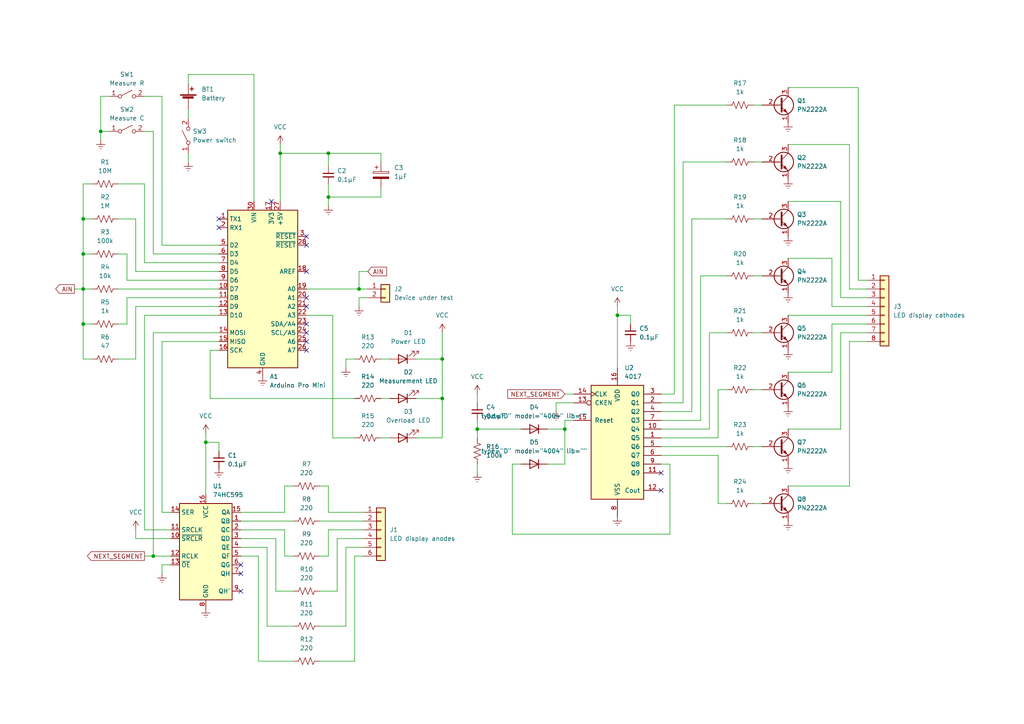
<source format=kicad_sch>
(kicad_sch (version 20211123) (generator eeschema)
  (paper "A4")
  (lib_symbols
    (symbol "4xxx:4017" (pin_names (offset 1.016))
      (property "Reference" "U" (at -7.62 16.51 0))
      (property "Value" "4017" (at -7.62 -19.05 0))
      (symbol "4017_1_0"
        (pin output line (at 12.7 0 180) (length 5.08) (name "Q5") (number "1"))
        (pin output line (at 12.7 2.54 180) (length 5.08) (name "Q4") (number "10"))
        (pin output line (at 12.7 -10.16 180) (length 5.08) (name "Q9") (number "11"))
        (pin output line (at 12.7 -15.24 180) (length 5.08) (name "Cout") (number "12"))
        (pin input inverted (at -12.7 10.16 0) (length 5.08) (name "CKEN") (number "13"))
        (pin input clock (at -12.7 12.7 0) (length 5.08) (name "CLK") (number "14"))
        (pin input line (at -12.7 5.08 0) (length 5.08) (name "Reset") (number "15"))
        (pin power_in line (at 0 20.32 270) (length 5.08) (name "VDD") (number "16"))
        (pin output line (at 12.7 10.16 180) (length 5.08) (name "Q1") (number "2"))
        (pin output line (at 12.7 12.7 180) (length 5.08) (name "Q0") (number "3"))
        (pin output line (at 12.7 7.62 180) (length 5.08) (name "Q2") (number "4"))
        (pin output line (at 12.7 -2.54 180) (length 5.08) (name "Q6") (number "5"))
        (pin output line (at 12.7 -5.08 180) (length 5.08) (name "Q7") (number "6"))
        (pin output line (at 12.7 5.08 180) (length 5.08) (name "Q3") (number "7"))
        (pin power_in line (at 0 -22.86 90) (length 5.08) (name "VSS") (number "8"))
        (pin output line (at 12.7 -7.62 180) (length 5.08) (name "Q8") (number "9"))
      )
      (symbol "4017_1_1"
        (rectangle (start -7.62 15.24) (end 7.62 -17.78) (stroke (width 0.254)) (fill (type background)))
      )
    )
    (symbol "74xx:74HC595"
      (property "Reference" "U" (at -7.62 13.97 0))
      (property "Value" "74HC595" (at -7.62 -16.51 0))
      (symbol "74HC595_1_0"
        (pin tri_state line (at 10.16 7.62 180) (length 2.54) (name "QB") (number "1"))
        (pin input line (at -10.16 2.54 0) (length 2.54) (name "~{SRCLR}") (number "10"))
        (pin input line (at -10.16 5.08 0) (length 2.54) (name "SRCLK") (number "11"))
        (pin input line (at -10.16 -2.54 0) (length 2.54) (name "RCLK") (number "12"))
        (pin input line (at -10.16 -5.08 0) (length 2.54) (name "~{OE}") (number "13"))
        (pin input line (at -10.16 10.16 0) (length 2.54) (name "SER") (number "14"))
        (pin tri_state line (at 10.16 10.16 180) (length 2.54) (name "QA") (number "15"))
        (pin power_in line (at 0 15.24 270) (length 2.54) (name "VCC") (number "16"))
        (pin tri_state line (at 10.16 5.08 180) (length 2.54) (name "QC") (number "2"))
        (pin tri_state line (at 10.16 2.54 180) (length 2.54) (name "QD") (number "3"))
        (pin tri_state line (at 10.16 0 180) (length 2.54) (name "QE") (number "4"))
        (pin tri_state line (at 10.16 -2.54 180) (length 2.54) (name "QF") (number "5"))
        (pin tri_state line (at 10.16 -5.08 180) (length 2.54) (name "QG") (number "6"))
        (pin tri_state line (at 10.16 -7.62 180) (length 2.54) (name "QH") (number "7"))
        (pin power_in line (at 0 -17.78 90) (length 2.54) (name "GND") (number "8"))
        (pin output line (at 10.16 -12.7 180) (length 2.54) (name "QH'") (number "9"))
      )
      (symbol "74HC595_1_1"
        (rectangle (start -7.62 12.7) (end 7.62 -15.24) (stroke (width 0.254)) (fill (type background)))
      )
    )
    (symbol "Connector_Generic:Conn_01x02" (pin_names (offset 1.016) hide)
      (property "Reference" "J" (at 0 2.54 0))
      (property "Value" "Conn_01x02" (at 0 -5.08 0))
      (symbol "Conn_01x02_1_1"
        (rectangle (start -1.27 -2.413) (end 0 -2.667) (stroke (width 0.1524)))
        (rectangle (start -1.27 0.127) (end 0 -0.127) (stroke (width 0.1524)))
        (rectangle (start -1.27 1.27) (end 1.27 -3.81) (stroke (width 0.254)) (fill (type background)))
        (pin passive line (at -5.08 0 0) (length 3.81) (name "Pin_1") (number "1"))
        (pin passive line (at -5.08 -2.54 0) (length 3.81) (name "Pin_2") (number "2"))
      )
    )
    (symbol "Connector_Generic:Conn_01x06" (pin_names (offset 1.016) hide)
      (property "Reference" "J" (at 0 7.62 0))
      (property "Value" "Conn_01x06" (at 0 -10.16 0))
      (symbol "Conn_01x06_1_1"
        (rectangle (start -1.27 -7.493) (end 0 -7.747) (stroke (width 0.1524)))
        (rectangle (start -1.27 -4.953) (end 0 -5.207) (stroke (width 0.1524)))
        (rectangle (start -1.27 -2.413) (end 0 -2.667) (stroke (width 0.1524)))
        (rectangle (start -1.27 0.127) (end 0 -0.127) (stroke (width 0.1524)))
        (rectangle (start -1.27 2.667) (end 0 2.413) (stroke (width 0.1524)))
        (rectangle (start -1.27 5.207) (end 0 4.953) (stroke (width 0.1524)))
        (rectangle (start -1.27 6.35) (end 1.27 -8.89) (stroke (width 0.254)) (fill (type background)))
        (pin passive line (at -5.08 5.08 0) (length 3.81) (name "Pin_1") (number "1"))
        (pin passive line (at -5.08 2.54 0) (length 3.81) (name "Pin_2") (number "2"))
        (pin passive line (at -5.08 0 0) (length 3.81) (name "Pin_3") (number "3"))
        (pin passive line (at -5.08 -2.54 0) (length 3.81) (name "Pin_4") (number "4"))
        (pin passive line (at -5.08 -5.08 0) (length 3.81) (name "Pin_5") (number "5"))
        (pin passive line (at -5.08 -7.62 0) (length 3.81) (name "Pin_6") (number "6"))
      )
    )
    (symbol "Connector_Generic:Conn_01x08" (pin_names (offset 1.016) hide)
      (property "Reference" "J" (at 0 10.16 0))
      (property "Value" "Conn_01x08" (at 0 -12.7 0))
      (symbol "Conn_01x08_1_1"
        (rectangle (start -1.27 -10.033) (end 0 -10.287) (stroke (width 0.1524)))
        (rectangle (start -1.27 -7.493) (end 0 -7.747) (stroke (width 0.1524)))
        (rectangle (start -1.27 -4.953) (end 0 -5.207) (stroke (width 0.1524)))
        (rectangle (start -1.27 -2.413) (end 0 -2.667) (stroke (width 0.1524)))
        (rectangle (start -1.27 0.127) (end 0 -0.127) (stroke (width 0.1524)))
        (rectangle (start -1.27 2.667) (end 0 2.413) (stroke (width 0.1524)))
        (rectangle (start -1.27 5.207) (end 0 4.953) (stroke (width 0.1524)))
        (rectangle (start -1.27 7.747) (end 0 7.493) (stroke (width 0.1524)))
        (rectangle (start -1.27 8.89) (end 1.27 -11.43) (stroke (width 0.254)) (fill (type background)))
        (pin passive line (at -5.08 7.62 0) (length 3.81) (name "Pin_1") (number "1"))
        (pin passive line (at -5.08 5.08 0) (length 3.81) (name "Pin_2") (number "2"))
        (pin passive line (at -5.08 2.54 0) (length 3.81) (name "Pin_3") (number "3"))
        (pin passive line (at -5.08 0 0) (length 3.81) (name "Pin_4") (number "4"))
        (pin passive line (at -5.08 -2.54 0) (length 3.81) (name "Pin_5") (number "5"))
        (pin passive line (at -5.08 -5.08 0) (length 3.81) (name "Pin_6") (number "6"))
        (pin passive line (at -5.08 -7.62 0) (length 3.81) (name "Pin_7") (number "7"))
        (pin passive line (at -5.08 -10.16 0) (length 3.81) (name "Pin_8") (number "8"))
      )
    )
    (symbol "Device:Battery_Cell" (pin_numbers hide) (pin_names (offset 0) hide)
      (property "Reference" "BT" (at 2.54 2.54 0))
      (property "Value" "Battery_Cell" (at 2.54 0 0))
      (symbol "Battery_Cell_0_1"
        (rectangle (start -2.286 1.778) (end 2.286 1.524) (fill (type outline)))
        (rectangle (start -1.5748 1.1938) (end 1.4732 0.6858) (fill (type outline)))
        (polyline (pts (xy 0 0.762) (xy 0 0)))
        (polyline (pts (xy 0 1.778) (xy 0 2.54)))
        (polyline (pts (xy 0.508 3.429) (xy 1.524 3.429)) (stroke (width 0.254)))
        (polyline (pts (xy 1.016 3.937) (xy 1.016 2.921)) (stroke (width 0.254)))
      )
      (symbol "Battery_Cell_1_1"
        (pin passive line (at 0 5.08 270) (length 2.54) (name "+") (number "1"))
        (pin passive line (at 0 -2.54 90) (length 2.54) (name "-") (number "2"))
      )
    )
    (symbol "Device:C_Polarized" (pin_numbers hide) (pin_names (offset 0.254))
      (property "Reference" "C" (at 0.635 2.54 0))
      (property "Value" "C_Polarized" (at 0.635 -2.54 0))
      (symbol "C_Polarized_0_1"
        (rectangle (start -2.286 0.508) (end 2.286 1.016))
        (polyline (pts (xy -1.778 2.286) (xy -0.762 2.286)))
        (polyline (pts (xy -1.27 2.794) (xy -1.27 1.778)))
        (rectangle (start 2.286 -0.508) (end -2.286 -1.016) (fill (type outline)))
      )
      (symbol "C_Polarized_1_1"
        (pin passive line (at 0 3.81 270) (length 2.794) (name "~") (number "1"))
        (pin passive line (at 0 -3.81 90) (length 2.794) (name "~") (number "2"))
      )
    )
    (symbol "Device:C_Small" (pin_numbers hide) (pin_names (offset 0.254) hide)
      (property "Reference" "C" (at 0.254 1.778 0))
      (property "Value" "C_Small" (at 0.254 -2.032 0))
      (symbol "C_Small_0_1"
        (polyline (pts (xy -1.524 -0.508) (xy 1.524 -0.508)) (stroke (width 0.3302)))
        (polyline (pts (xy -1.524 0.508) (xy 1.524 0.508)) (stroke (width 0.3048)))
      )
      (symbol "C_Small_1_1"
        (pin passive line (at 0 2.54 270) (length 2.032) (name "~") (number "1"))
        (pin passive line (at 0 -2.54 90) (length 2.032) (name "~") (number "2"))
      )
    )
    (symbol "Device:LED" (pin_numbers hide) (pin_names (offset 1.016) hide)
      (property "Reference" "D" (at 0 2.54 0))
      (property "Value" "LED" (at 0 -2.54 0))
      (symbol "LED_0_1"
        (polyline (pts (xy -1.27 -1.27) (xy -1.27 1.27)) (stroke (width 0.254)))
        (polyline (pts (xy -1.27 0) (xy 1.27 0)))
        (polyline (pts (xy 1.27 -1.27) (xy 1.27 1.27) (xy -1.27 0) (xy 1.27 -1.27)) (stroke (width 0.254)))
        (polyline (pts (xy -3.048 -0.762) (xy -4.572 -2.286) (xy -3.81 -2.286) (xy -4.572 -2.286) (xy -4.572 -1.524)))
        (polyline (pts (xy -1.778 -0.762) (xy -3.302 -2.286) (xy -2.54 -2.286) (xy -3.302 -2.286) (xy -3.302 -1.524)))
      )
      (symbol "LED_1_1"
        (pin passive line (at -3.81 0 0) (length 2.54) (name "K") (number "1"))
        (pin passive line (at 3.81 0 180) (length 2.54) (name "A") (number "2"))
      )
    )
    (symbol "Device:R_US" (pin_numbers hide) (pin_names (offset 0))
      (property "Reference" "R" (at 2.54 0 90))
      (property "Value" "R_US" (at -2.54 0 90))
      (symbol "R_US_0_1"
        (polyline (pts (xy 0 -2.286) (xy 0 -2.54)))
        (polyline (pts (xy 0 2.286) (xy 0 2.54)))
        (polyline (pts (xy 0 -0.762) (xy 1.016 -1.143) (xy 0 -1.524) (xy -1.016 -1.905) (xy 0 -2.286)))
        (polyline (pts (xy 0 0.762) (xy 1.016 0.381) (xy 0 0) (xy -1.016 -0.381) (xy 0 -0.762)))
        (polyline (pts (xy 0 2.286) (xy 1.016 1.905) (xy 0 1.524) (xy -1.016 1.143) (xy 0 0.762)))
      )
      (symbol "R_US_1_1"
        (pin passive line (at 0 3.81 270) (length 1.27) (name "~") (number "1"))
        (pin passive line (at 0 -3.81 90) (length 1.27) (name "~") (number "2"))
      )
    )
    (symbol "MCU_Module:Arduino_Nano_Every"
      (property "Reference" "A" (at -10.16 23.495 0))
      (property "Value" "Arduino_Nano_Every" (at 5.08 -24.13 0))
      (symbol "Arduino_Nano_Every_0_1"
        (rectangle (start -10.16 22.86) (end 10.16 -22.86) (stroke (width 0.254)) (fill (type background)))
      )
      (symbol "Arduino_Nano_Every_1_1"
        (pin bidirectional line (at -12.7 20.32 0) (length 2.54) (name "TX1") (number "1"))
        (pin bidirectional line (at -12.7 0 0) (length 2.54) (name "D7") (number "10"))
        (pin bidirectional line (at -12.7 -2.54 0) (length 2.54) (name "D8") (number "11"))
        (pin bidirectional line (at -12.7 -5.08 0) (length 2.54) (name "D9") (number "12"))
        (pin bidirectional line (at -12.7 -7.62 0) (length 2.54) (name "D10") (number "13"))
        (pin bidirectional line (at -12.7 -12.7 0) (length 2.54) (name "MOSI") (number "14"))
        (pin bidirectional line (at -12.7 -15.24 0) (length 2.54) (name "MISO") (number "15"))
        (pin bidirectional line (at -12.7 -17.78 0) (length 2.54) (name "SCK") (number "16"))
        (pin power_out line (at 2.54 25.4 270) (length 2.54) (name "3V3") (number "17"))
        (pin input line (at 12.7 5.08 180) (length 2.54) (name "AREF") (number "18"))
        (pin bidirectional line (at 12.7 0 180) (length 2.54) (name "A0") (number "19"))
        (pin bidirectional line (at -12.7 17.78 0) (length 2.54) (name "RX1") (number "2"))
        (pin bidirectional line (at 12.7 -2.54 180) (length 2.54) (name "A1") (number "20"))
        (pin bidirectional line (at 12.7 -5.08 180) (length 2.54) (name "A2") (number "21"))
        (pin bidirectional line (at 12.7 -7.62 180) (length 2.54) (name "A3") (number "22"))
        (pin bidirectional line (at 12.7 -10.16 180) (length 2.54) (name "SDA/A4") (number "23"))
        (pin bidirectional line (at 12.7 -12.7 180) (length 2.54) (name "SCL/A5") (number "24"))
        (pin bidirectional line (at 12.7 -15.24 180) (length 2.54) (name "A6") (number "25"))
        (pin bidirectional line (at 12.7 -17.78 180) (length 2.54) (name "A7") (number "26"))
        (pin power_out line (at 5.08 25.4 270) (length 2.54) (name "+5V") (number "27"))
        (pin input line (at 12.7 12.7 180) (length 2.54) (name "~{RESET}") (number "28"))
        (pin passive line (at 0 -25.4 90) (length 2.54) hide (name "GND") (number "29"))
        (pin input line (at 12.7 15.24 180) (length 2.54) (name "~{RESET}") (number "3"))
        (pin power_in line (at -2.54 25.4 270) (length 2.54) (name "VIN") (number "30"))
        (pin power_in line (at 0 -25.4 90) (length 2.54) (name "GND") (number "4"))
        (pin bidirectional line (at -12.7 12.7 0) (length 2.54) (name "D2") (number "5"))
        (pin bidirectional line (at -12.7 10.16 0) (length 2.54) (name "D3") (number "6"))
        (pin bidirectional line (at -12.7 7.62 0) (length 2.54) (name "D4") (number "7"))
        (pin bidirectional line (at -12.7 5.08 0) (length 2.54) (name "D5") (number "8"))
        (pin bidirectional line (at -12.7 2.54 0) (length 2.54) (name "D6") (number "9"))
      )
    )
    (symbol "Simulation_SPICE:DIODE" (pin_numbers hide) (pin_names (offset 1.016) hide)
      (property "Reference" "D" (at 0 2.54 0))
      (property "Value" "DIODE" (at 0 -2.54 0))
      (symbol "DIODE_0_1"
        (polyline (pts (xy 1.27 0) (xy -1.27 0)))
        (polyline (pts (xy 1.27 1.27) (xy 1.27 -1.27)) (stroke (width 0.254)))
        (polyline (pts (xy -1.27 -1.27) (xy -1.27 1.27) (xy 1.27 0) (xy -1.27 -1.27)) (stroke (width 0.254)))
      )
      (symbol "DIODE_1_1"
        (pin passive line (at -3.81 0 0) (length 2.54) (name "A") (number "1"))
        (pin passive line (at 3.81 0 180) (length 2.54) (name "K") (number "2"))
      )
    )
    (symbol "Switch:SW_SPST" (pin_names (offset 0) hide)
      (property "Reference" "SW" (at 0 3.175 0))
      (property "Value" "SW_SPST" (at 0 -2.54 0))
      (symbol "SW_SPST_0_0"
        (circle (center -2.032 0) (radius 0.508))
        (polyline (pts (xy -1.524 0.254) (xy 1.524 1.778)))
        (circle (center 2.032 0) (radius 0.508))
      )
      (symbol "SW_SPST_1_1"
        (pin passive line (at -5.08 0 0) (length 2.54) (name "A") (number "1"))
        (pin passive line (at 5.08 0 180) (length 2.54) (name "B") (number "2"))
      )
    )
    (symbol "Transistor_BJT:PN2222A" (pin_names (offset 0) hide)
      (property "Reference" "Q" (at 5.08 1.905 0))
      (property "Value" "PN2222A" (at 5.08 0 0))
      (symbol "PN2222A_0_1"
        (polyline (pts (xy 0 0) (xy 0.635 0)))
        (polyline (pts (xy 2.54 -2.54) (xy 0.635 -0.635)))
        (polyline (pts (xy 2.54 2.54) (xy 0.635 0.635)))
        (polyline (pts (xy 0.635 1.905) (xy 0.635 -1.905) (xy 0.635 -1.905)) (stroke (width 0.508)))
        (polyline (pts (xy 2.413 -2.413) (xy 1.905 -1.905) (xy 1.905 -1.905)))
        (polyline (pts (xy 1.143 -1.651) (xy 1.651 -1.143) (xy 2.159 -2.159) (xy 1.143 -1.651) (xy 1.143 -1.651)) (fill (type outline)))
        (circle (center 1.27 0) (radius 2.8194) (stroke (width 0.254)))
      )
      (symbol "PN2222A_1_1"
        (pin passive line (at 2.54 -5.08 90) (length 2.54) (name "E") (number "1"))
        (pin input line (at -5.08 0 0) (length 5.08) (name "B") (number "2"))
        (pin passive line (at 2.54 5.08 270) (length 2.54) (name "C") (number "3"))
      )
    )
    (symbol "power:Earth" (power) (pin_names (offset 0))
      (symbol "Earth_0_1"
        (polyline (pts (xy -0.635 -1.905) (xy 0.635 -1.905)))
        (polyline (pts (xy -0.127 -2.54) (xy 0.127 -2.54)))
        (polyline (pts (xy 0 -1.27) (xy 0 0)))
        (polyline (pts (xy 1.27 -1.27) (xy -1.27 -1.27)))
      )
      (symbol "Earth_1_1"
        (pin power_in line (at 0 0 270) (length 0) hide (name "Earth") (number "1"))
      )
    )
    (symbol "power:VCC" (power) (pin_names (offset 0))
      (property "Value" "VCC" (at 0 3.81 0))
      (symbol "VCC_0_1"
        (polyline (pts (xy -0.762 1.27) (xy 0 2.54)))
        (polyline (pts (xy 0 0) (xy 0 2.54)))
        (polyline (pts (xy 0 2.54) (xy 0.762 1.27)))
      )
      (symbol "VCC_1_1"
        (pin power_in line (at 0 0 90) (length 0) hide (name "VCC") (number "1"))
      )
    )
  )
  (junction (at 81.28 44.45))
  (junction (at 128.27 115.57))
  (junction (at 44.45 161.29))
  (junction (at 179.07 91.44))
  (junction (at 29.21 38.1))
  (junction (at 24.13 93.98))
  (junction (at 24.13 63.5))
  (junction (at 95.25 57.15))
  (junction (at 128.27 104.14))
  (junction (at 59.69 128.27))
  (junction (at 95.25 44.45))
  (junction (at 138.43 124.46))
  (junction (at 163.83 124.46))
  (junction (at 24.13 73.66))
  (junction (at 24.13 83.82))
  (junction (at 104.14 83.82))
  (no_connect (at 191.77 142.24))
  (no_connect (at 191.77 137.16))
  (no_connect (at 63.5 63.5))
  (no_connect (at 78.74 58.42))
  (no_connect (at 63.5 66.04))
  (no_connect (at 88.9 71.12))
  (no_connect (at 88.9 68.58))
  (no_connect (at 88.9 99.06))
  (no_connect (at 88.9 101.6))
  (no_connect (at 88.9 93.98))
  (no_connect (at 88.9 96.52))
  (no_connect (at 88.9 88.9))
  (no_connect (at 88.9 86.36))
  (no_connect (at 88.9 78.74))
  (no_connect (at 69.85 163.83))
  (no_connect (at 69.85 166.37))
  (no_connect (at 69.85 171.45))
  (wire (pts (xy 26.67 93.98) (xy 24.13 93.98)))
  (wire (pts (xy 95.25 140.97) (xy 95.25 148.59)))
  (wire (pts (xy 49.53 153.67) (xy 41.91 153.67)))
  (wire (pts (xy 39.37 63.5) (xy 34.29 63.5)))
  (wire (pts (xy 100.33 158.75) (xy 100.33 181.61)))
  (wire (pts (xy 246.38 99.06) (xy 251.46 99.06)))
  (wire (pts (xy 73.66 21.59) (xy 73.66 58.42)))
  (wire (pts (xy 88.9 91.44) (xy 96.52 91.44)))
  (wire (pts (xy 39.37 88.9) (xy 39.37 104.14)))
  (wire (pts (xy 46.99 148.59) (xy 49.53 148.59)))
  (wire (pts (xy 26.67 53.34) (xy 24.13 53.34)))
  (wire (pts (xy 104.14 83.82) (xy 106.68 83.82)))
  (wire (pts (xy 24.13 83.82) (xy 26.67 83.82)))
  (wire (pts (xy 36.83 81.28) (xy 36.83 73.66)))
  (wire (pts (xy 106.68 86.36) (xy 104.14 86.36)))
  (wire (pts (xy 191.77 116.84) (xy 198.12 116.84)))
  (wire (pts (xy 82.55 153.67) (xy 82.55 161.29)))
  (wire (pts (xy 29.21 40.64) (xy 29.21 38.1)))
  (wire (pts (xy 191.77 119.38) (xy 200.66 119.38)))
  (wire (pts (xy 248.92 81.28) (xy 251.46 81.28)))
  (wire (pts (xy 63.5 76.2) (xy 41.91 76.2)))
  (wire (pts (xy 110.49 104.14) (xy 113.03 104.14)))
  (wire (pts (xy 228.6 140.97) (xy 246.38 140.97)))
  (wire (pts (xy 92.71 140.97) (xy 95.25 140.97)))
  (wire (pts (xy 95.25 148.59) (xy 105.41 148.59)))
  (wire (pts (xy 198.12 116.84) (xy 198.12 46.99)))
  (wire (pts (xy 69.85 148.59) (xy 82.55 148.59)))
  (wire (pts (xy 26.67 63.5) (xy 24.13 63.5)))
  (wire (pts (xy 95.25 44.45) (xy 110.49 44.45)))
  (wire (pts (xy 29.21 38.1) (xy 31.75 38.1)))
  (wire (pts (xy 128.27 104.14) (xy 128.27 115.57)))
  (wire (pts (xy 102.87 161.29) (xy 102.87 191.77)))
  (wire (pts (xy 36.83 73.66) (xy 34.29 73.66)))
  (wire (pts (xy 69.85 153.67) (xy 82.55 153.67)))
  (wire (pts (xy 110.49 46.99) (xy 110.49 44.45)))
  (wire (pts (xy 92.71 151.13) (xy 105.41 151.13)))
  (wire (pts (xy 105.41 156.21) (xy 97.79 156.21)))
  (wire (pts (xy 218.44 80.01) (xy 220.98 80.01)))
  (wire (pts (xy 46.99 27.94) (xy 46.99 71.12)))
  (wire (pts (xy 104.14 78.74) (xy 104.14 83.82)))
  (wire (pts (xy 81.28 44.45) (xy 81.28 58.42)))
  (wire (pts (xy 44.45 161.29) (xy 49.53 161.29)))
  (wire (pts (xy 81.28 44.45) (xy 95.25 44.45)))
  (wire (pts (xy 191.77 114.3) (xy 195.58 114.3)))
  (wire (pts (xy 59.69 125.73) (xy 59.69 128.27)))
  (wire (pts (xy 81.28 41.91) (xy 81.28 44.45)))
  (wire (pts (xy 120.65 115.57) (xy 128.27 115.57)))
  (wire (pts (xy 194.31 134.62) (xy 194.31 154.94)))
  (wire (pts (xy 241.3 88.9) (xy 251.46 88.9)))
  (wire (pts (xy 63.5 101.6) (xy 60.96 101.6)))
  (wire (pts (xy 54.61 31.75) (xy 54.61 34.29)))
  (wire (pts (xy 218.44 146.05) (xy 220.98 146.05)))
  (wire (pts (xy 59.69 143.51) (xy 59.69 128.27)))
  (wire (pts (xy 138.43 124.46) (xy 151.13 124.46)))
  (wire (pts (xy 39.37 156.21) (xy 39.37 153.67)))
  (wire (pts (xy 95.25 57.15) (xy 95.25 53.34)))
  (wire (pts (xy 54.61 21.59) (xy 73.66 21.59)))
  (wire (pts (xy 163.83 114.3) (xy 166.37 114.3)))
  (wire (pts (xy 241.3 74.93) (xy 241.3 88.9)))
  (wire (pts (xy 243.84 86.36) (xy 251.46 86.36)))
  (wire (pts (xy 105.41 158.75) (xy 100.33 158.75)))
  (wire (pts (xy 63.5 71.12) (xy 46.99 71.12)))
  (wire (pts (xy 246.38 83.82) (xy 251.46 83.82)))
  (wire (pts (xy 241.3 93.98) (xy 251.46 93.98)))
  (wire (pts (xy 39.37 78.74) (xy 39.37 63.5)))
  (wire (pts (xy 106.68 78.74) (xy 104.14 78.74)))
  (wire (pts (xy 44.45 38.1) (xy 41.91 38.1)))
  (wire (pts (xy 63.5 128.27) (xy 63.5 130.81)))
  (wire (pts (xy 49.53 156.21) (xy 39.37 156.21)))
  (wire (pts (xy 195.58 114.3) (xy 195.58 30.48)))
  (wire (pts (xy 200.66 119.38) (xy 200.66 63.5)))
  (wire (pts (xy 69.85 151.13) (xy 85.09 151.13)))
  (wire (pts (xy 74.93 191.77) (xy 85.09 191.77)))
  (wire (pts (xy 69.85 158.75) (xy 77.47 158.75)))
  (wire (pts (xy 208.28 113.03) (xy 210.82 113.03)))
  (wire (pts (xy 34.29 83.82) (xy 63.5 83.82)))
  (wire (pts (xy 21.59 83.82) (xy 24.13 83.82)))
  (wire (pts (xy 179.07 88.9) (xy 179.07 91.44)))
  (wire (pts (xy 110.49 57.15) (xy 95.25 57.15)))
  (wire (pts (xy 218.44 96.52) (xy 220.98 96.52)))
  (wire (pts (xy 82.55 148.59) (xy 82.55 140.97)))
  (wire (pts (xy 158.75 134.62) (xy 163.83 134.62)))
  (wire (pts (xy 246.38 140.97) (xy 246.38 99.06)))
  (wire (pts (xy 191.77 127) (xy 208.28 127)))
  (wire (pts (xy 46.99 163.83) (xy 46.99 166.37)))
  (wire (pts (xy 41.91 76.2) (xy 41.91 53.34)))
  (wire (pts (xy 243.84 58.42) (xy 243.84 86.36)))
  (wire (pts (xy 41.91 153.67) (xy 41.91 91.44)))
  (wire (pts (xy 228.6 107.95) (xy 241.3 107.95)))
  (wire (pts (xy 104.14 86.36) (xy 104.14 88.9)))
  (wire (pts (xy 163.83 124.46) (xy 158.75 124.46)))
  (wire (pts (xy 198.12 46.99) (xy 210.82 46.99)))
  (wire (pts (xy 63.5 96.52) (xy 44.45 96.52)))
  (wire (pts (xy 63.5 78.74) (xy 39.37 78.74)))
  (wire (pts (xy 218.44 129.54) (xy 220.98 129.54)))
  (wire (pts (xy 100.33 181.61) (xy 92.71 181.61)))
  (wire (pts (xy 88.9 83.82) (xy 104.14 83.82)))
  (wire (pts (xy 218.44 63.5) (xy 220.98 63.5)))
  (wire (pts (xy 194.31 154.94) (xy 148.59 154.94)))
  (wire (pts (xy 248.92 25.4) (xy 248.92 81.28)))
  (wire (pts (xy 205.74 96.52) (xy 210.82 96.52)))
  (wire (pts (xy 63.5 86.36) (xy 36.83 86.36)))
  (wire (pts (xy 46.99 99.06) (xy 46.99 148.59)))
  (wire (pts (xy 96.52 91.44) (xy 96.52 127)))
  (wire (pts (xy 44.45 38.1) (xy 44.45 73.66)))
  (wire (pts (xy 191.77 134.62) (xy 194.31 134.62)))
  (wire (pts (xy 166.37 121.92) (xy 163.83 121.92)))
  (wire (pts (xy 191.77 129.54) (xy 210.82 129.54)))
  (wire (pts (xy 24.13 83.82) (xy 24.13 93.98)))
  (wire (pts (xy 60.96 115.57) (xy 102.87 115.57)))
  (wire (pts (xy 161.29 116.84) (xy 161.29 119.38)))
  (wire (pts (xy 54.61 44.45) (xy 54.61 46.99)))
  (wire (pts (xy 102.87 104.14) (xy 100.33 104.14)))
  (wire (pts (xy 246.38 41.91) (xy 246.38 83.82)))
  (wire (pts (xy 138.43 134.62) (xy 138.43 137.16)))
  (wire (pts (xy 120.65 127) (xy 128.27 127)))
  (wire (pts (xy 128.27 127) (xy 128.27 115.57)))
  (wire (pts (xy 95.25 153.67) (xy 95.25 161.29)))
  (wire (pts (xy 163.83 121.92) (xy 163.83 124.46)))
  (wire (pts (xy 63.5 91.44) (xy 41.91 91.44)))
  (wire (pts (xy 182.88 91.44) (xy 182.88 93.98)))
  (wire (pts (xy 95.25 44.45) (xy 95.25 48.26)))
  (wire (pts (xy 105.41 161.29) (xy 102.87 161.29)))
  (wire (pts (xy 59.69 128.27) (xy 63.5 128.27)))
  (wire (pts (xy 100.33 104.14) (xy 100.33 106.68)))
  (wire (pts (xy 26.67 104.14) (xy 24.13 104.14)))
  (wire (pts (xy 179.07 91.44) (xy 182.88 91.44)))
  (wire (pts (xy 241.3 107.95) (xy 241.3 93.98)))
  (wire (pts (xy 179.07 106.68) (xy 179.07 91.44)))
  (wire (pts (xy 63.5 99.06) (xy 46.99 99.06)))
  (wire (pts (xy 120.65 104.14) (xy 128.27 104.14)))
  (wire (pts (xy 77.47 158.75) (xy 77.47 181.61)))
  (wire (pts (xy 208.28 127) (xy 208.28 113.03)))
  (wire (pts (xy 218.44 46.99) (xy 220.98 46.99)))
  (wire (pts (xy 205.74 124.46) (xy 205.74 96.52)))
  (wire (pts (xy 74.93 161.29) (xy 74.93 191.77)))
  (wire (pts (xy 191.77 124.46) (xy 205.74 124.46)))
  (wire (pts (xy 41.91 53.34) (xy 34.29 53.34)))
  (wire (pts (xy 26.67 73.66) (xy 24.13 73.66)))
  (wire (pts (xy 138.43 121.92) (xy 138.43 124.46)))
  (wire (pts (xy 148.59 134.62) (xy 151.13 134.62)))
  (wire (pts (xy 195.58 30.48) (xy 210.82 30.48)))
  (wire (pts (xy 63.5 88.9) (xy 39.37 88.9)))
  (wire (pts (xy 69.85 156.21) (xy 80.01 156.21)))
  (wire (pts (xy 105.41 153.67) (xy 95.25 153.67)))
  (wire (pts (xy 31.75 27.94) (xy 29.21 27.94)))
  (wire (pts (xy 228.6 58.42) (xy 243.84 58.42)))
  (wire (pts (xy 243.84 96.52) (xy 251.46 96.52)))
  (wire (pts (xy 41.91 161.29) (xy 44.45 161.29)))
  (wire (pts (xy 148.59 154.94) (xy 148.59 134.62)))
  (wire (pts (xy 218.44 113.03) (xy 220.98 113.03)))
  (wire (pts (xy 82.55 140.97) (xy 85.09 140.97)))
  (wire (pts (xy 102.87 191.77) (xy 92.71 191.77)))
  (wire (pts (xy 95.25 59.69) (xy 95.25 57.15)))
  (wire (pts (xy 69.85 161.29) (xy 74.93 161.29)))
  (wire (pts (xy 49.53 163.83) (xy 46.99 163.83)))
  (wire (pts (xy 200.66 63.5) (xy 210.82 63.5)))
  (wire (pts (xy 96.52 127) (xy 102.87 127)))
  (wire (pts (xy 218.44 30.48) (xy 220.98 30.48)))
  (wire (pts (xy 228.6 41.91) (xy 246.38 41.91)))
  (wire (pts (xy 228.6 91.44) (xy 251.46 91.44)))
  (wire (pts (xy 80.01 171.45) (xy 85.09 171.45)))
  (wire (pts (xy 97.79 156.21) (xy 97.79 171.45)))
  (wire (pts (xy 39.37 104.14) (xy 34.29 104.14)))
  (wire (pts (xy 80.01 156.21) (xy 80.01 171.45)))
  (wire (pts (xy 161.29 116.84) (xy 166.37 116.84)))
  (wire (pts (xy 60.96 101.6) (xy 60.96 115.57)))
  (wire (pts (xy 97.79 171.45) (xy 92.71 171.45)))
  (wire (pts (xy 163.83 134.62) (xy 163.83 124.46)))
  (wire (pts (xy 243.84 124.46) (xy 243.84 96.52)))
  (wire (pts (xy 24.13 104.14) (xy 24.13 93.98)))
  (wire (pts (xy 24.13 73.66) (xy 24.13 83.82)))
  (wire (pts (xy 228.6 124.46) (xy 243.84 124.46)))
  (wire (pts (xy 128.27 104.14) (xy 128.27 96.52)))
  (wire (pts (xy 36.83 86.36) (xy 36.83 93.98)))
  (wire (pts (xy 228.6 25.4) (xy 248.92 25.4)))
  (wire (pts (xy 110.49 127) (xy 113.03 127)))
  (wire (pts (xy 203.2 121.92) (xy 203.2 80.01)))
  (wire (pts (xy 63.5 81.28) (xy 36.83 81.28)))
  (wire (pts (xy 29.21 27.94) (xy 29.21 38.1)))
  (wire (pts (xy 208.28 132.08) (xy 208.28 146.05)))
  (wire (pts (xy 82.55 161.29) (xy 85.09 161.29)))
  (wire (pts (xy 110.49 54.61) (xy 110.49 57.15)))
  (wire (pts (xy 138.43 124.46) (xy 138.43 127)))
  (wire (pts (xy 208.28 146.05) (xy 210.82 146.05)))
  (wire (pts (xy 203.2 80.01) (xy 210.82 80.01)))
  (wire (pts (xy 63.5 73.66) (xy 44.45 73.66)))
  (wire (pts (xy 24.13 53.34) (xy 24.13 63.5)))
  (wire (pts (xy 44.45 96.52) (xy 44.45 161.29)))
  (wire (pts (xy 95.25 161.29) (xy 92.71 161.29)))
  (wire (pts (xy 138.43 114.3) (xy 138.43 116.84)))
  (wire (pts (xy 191.77 132.08) (xy 208.28 132.08)))
  (wire (pts (xy 228.6 74.93) (xy 241.3 74.93)))
  (wire (pts (xy 77.47 181.61) (xy 85.09 181.61)))
  (wire (pts (xy 110.49 115.57) (xy 113.03 115.57)))
  (wire (pts (xy 24.13 63.5) (xy 24.13 73.66)))
  (wire (pts (xy 191.77 121.92) (xy 203.2 121.92)))
  (wire (pts (xy 36.83 93.98) (xy 34.29 93.98)))
  (wire (pts (xy 54.61 24.13) (xy 54.61 21.59)))
  (wire (pts (xy 46.99 27.94) (xy 41.91 27.94)))
  (global_label "AIN" (shape output) (at 21.59 83.82 180) (property "Intersheet References" "${INTERSHEET_REFS}" (effects hide)))
  (global_label "AIN" (shape input) (at 106.68 78.74 0) (property "Intersheet References" "${INTERSHEET_REFS}" (effects hide)))
  (global_label "NEXT_SEGMENT" (shape input) (at 163.83 114.3 180) (property "Intersheet References" "${INTERSHEET_REFS}" (effects hide)))
  (global_label "NEXT_SEGMENT" (shape output) (at 41.91 161.29 180) (property "Intersheet References" "${INTERSHEET_REFS}" (effects hide)))
  (symbol (lib_id "Transistor_BJT:PN2222A") (at 226.06 63.5 0) (unit 1)
    (property "Reference" "Q3" (at 231.14 62.2299 0) (effects (justify left)))
    (property "Value" "PN2222A" (at 231.14 64.7699 0) (effects (justify left)))
    (property "Footprint" "Package_TO_SOT_THT:TO-92_Inline" (effects hide))
    (property "Datasheet" "https://www.onsemi.com/pub/Collateral/PN2222-D.PDF" (effects hide))
  )
  (symbol (lib_id "power:VCC") (at 59.69 125.73 0) (unit 1)
    (property "Reference" "#PWR04" (effects hide))
    (property "Value" "VCC" (at 59.69 120.65 0))
  )
  (symbol (lib_id "Device:C_Small") (at 63.5 133.35 0) (unit 1)
    (property "Reference" "C1" (at 66.04 132.0862 0) (effects (justify left)))
    (property "Value" "0.1µF" (at 66.04 134.6262 0) (effects (justify left)))
  )
  (symbol (lib_id "Device:C_Small") (at 138.43 119.38 0) (unit 1)
    (property "Reference" "C4" (at 140.97 118.1162 0) (effects (justify left)))
    (property "Value" "0.1µF" (at 140.97 120.6562 0) (effects (justify left)))
  )
  (symbol (lib_id "power:Earth") (at 228.6 151.13 0) (unit 1)
    (property "Reference" "#PWR027" (effects hide))
    (property "Value" "Earth" (effects hide))
  )
  (symbol (lib_id "Device:R_US") (at 30.48 93.98 90) (unit 1)
    (property "Reference" "R5" (at 30.48 87.63 90))
    (property "Value" "1k" (at 30.48 90.17 90))
  )
  (symbol (lib_id "power:Earth") (at 228.6 118.11 0) (unit 1)
    (property "Reference" "#PWR025" (effects hide))
    (property "Value" "Earth" (effects hide))
  )
  (symbol (lib_id "Device:R_US") (at 214.63 96.52 90) (unit 1)
    (property "Reference" "R21" (at 214.63 90.17 90))
    (property "Value" "1k" (at 214.63 92.71 90))
  )
  (symbol (lib_id "Transistor_BJT:PN2222A") (at 226.06 80.01 0) (unit 1)
    (property "Reference" "Q4" (at 231.14 78.7399 0) (effects (justify left)))
    (property "Value" "PN2222A" (at 231.14 81.2799 0) (effects (justify left)))
    (property "Footprint" "Package_TO_SOT_THT:TO-92_Inline" (effects hide))
    (property "Datasheet" "https://www.onsemi.com/pub/Collateral/PN2222-D.PDF" (effects hide))
  )
  (symbol (lib_id "Transistor_BJT:PN2222A") (at 226.06 113.03 0) (unit 1)
    (property "Reference" "Q6" (at 231.14 111.7599 0) (effects (justify left)))
    (property "Value" "PN2222A" (at 231.14 114.2999 0) (effects (justify left)))
    (property "Footprint" "Package_TO_SOT_THT:TO-92_Inline" (effects hide))
    (property "Datasheet" "https://www.onsemi.com/pub/Collateral/PN2222-D.PDF" (effects hide))
  )
  (symbol (lib_id "Switch:SW_SPST") (at 36.83 27.94 0) (unit 1)
    (property "Reference" "SW1" (at 36.83 21.59 0))
    (property "Value" "Measure R" (at 36.83 24.13 0))
  )
  (symbol (lib_id "power:VCC") (at 128.27 96.52 0) (unit 1)
    (property "Reference" "#PWR013" (effects hide))
    (property "Value" "VCC" (at 128.27 91.44 0))
  )
  (symbol (lib_id "Device:R_US") (at 214.63 113.03 90) (unit 1)
    (property "Reference" "R22" (at 214.63 106.68 90))
    (property "Value" "1k" (at 214.63 109.22 90))
  )
  (symbol (lib_id "Transistor_BJT:PN2222A") (at 226.06 129.54 0) (unit 1)
    (property "Reference" "Q7" (at 231.14 128.2699 0) (effects (justify left)))
    (property "Value" "PN2222A" (at 231.14 130.8099 0) (effects (justify left)))
    (property "Footprint" "Package_TO_SOT_THT:TO-92_Inline" (effects hide))
    (property "Datasheet" "https://www.onsemi.com/pub/Collateral/PN2222-D.PDF" (effects hide))
  )
  (symbol (lib_id "Connector_Generic:Conn_01x02") (at 111.76 83.82 0) (unit 1)
    (property "Reference" "J2" (at 114.3 83.8199 0) (effects (justify left)))
    (property "Value" "Device under test" (at 114.3 86.3599 0) (effects (justify left)))
  )
  (symbol (lib_id "power:Earth") (at 182.88 99.06 0) (unit 1)
    (property "Reference" "#PWR019" (effects hide))
    (property "Value" "Earth" (effects hide))
  )
  (symbol (lib_id "Device:R_US") (at 30.48 83.82 90) (unit 1)
    (property "Reference" "R4" (at 30.48 77.47 90))
    (property "Value" "10k" (at 30.48 80.01 90))
  )
  (symbol (lib_id "power:Earth") (at 161.29 119.38 0) (unit 1)
    (property "Reference" "#PWR016" (effects hide))
    (property "Value" "Earth" (effects hide))
  )
  (symbol (lib_id "power:VCC") (at 138.43 114.3 0) (unit 1)
    (property "Reference" "#PWR014" (effects hide))
    (property "Value" "VCC" (at 138.43 109.22 0))
  )
  (symbol (lib_id "power:Earth") (at 179.07 149.86 0) (unit 1)
    (property "Reference" "#PWR018" (effects hide))
    (property "Value" "Earth" (effects hide))
  )
  (symbol (lib_id "Device:R_US") (at 30.48 63.5 90) (unit 1)
    (property "Reference" "R2" (at 30.48 57.15 90))
    (property "Value" "1M" (at 30.48 59.69 90))
  )
  (symbol (lib_id "Connector_Generic:Conn_01x06") (at 110.49 153.67 0) (unit 1)
    (property "Reference" "J1" (at 113.03 153.6699 0) (effects (justify left)))
    (property "Value" "LED display anodes" (at 113.03 156.2099 0) (effects (justify left)))
  )
  (symbol (lib_id "Switch:SW_SPST") (at 36.83 38.1 0) (unit 1)
    (property "Reference" "SW2" (at 36.83 31.75 0))
    (property "Value" "Measure C" (at 36.83 34.29 0))
  )
  (symbol (lib_id "power:Earth") (at 95.25 59.69 0) (unit 1)
    (property "Reference" "#PWR010" (effects hide))
    (property "Value" "Earth" (effects hide))
  )
  (symbol (lib_id "Device:R_US") (at 106.68 115.57 90) (unit 1)
    (property "Reference" "R14" (at 106.68 109.22 90))
    (property "Value" "220" (at 106.68 111.76 90))
  )
  (symbol (lib_id "Device:R_US") (at 214.63 30.48 90) (unit 1)
    (property "Reference" "R17" (at 214.63 24.13 90))
    (property "Value" "1k" (at 214.63 26.67 90))
  )
  (symbol (lib_id "power:Earth") (at 46.99 166.37 0) (unit 1)
    (property "Reference" "#PWR03" (effects hide))
    (property "Value" "Earth" (effects hide))
  )
  (symbol (lib_id "Device:R_US") (at 88.9 171.45 90) (unit 1)
    (property "Reference" "R10" (at 88.9 165.1 90))
    (property "Value" "220" (at 88.9 167.64 90))
  )
  (symbol (lib_id "Device:R_US") (at 214.63 63.5 90) (unit 1)
    (property "Reference" "R19" (at 214.63 57.15 90))
    (property "Value" "1k" (at 214.63 59.69 90))
  )
  (symbol (lib_id "Device:R_US") (at 30.48 104.14 90) (unit 1)
    (property "Reference" "R6" (at 30.48 97.79 90))
    (property "Value" "47" (at 30.48 100.33 90))
  )
  (symbol (lib_id "Transistor_BJT:PN2222A") (at 226.06 46.99 0) (unit 1)
    (property "Reference" "Q2" (at 231.14 45.7199 0) (effects (justify left)))
    (property "Value" "PN2222A" (at 231.14 48.2599 0) (effects (justify left)))
    (property "Footprint" "Package_TO_SOT_THT:TO-92_Inline" (effects hide))
    (property "Datasheet" "https://www.onsemi.com/pub/Collateral/PN2222-D.PDF" (effects hide))
  )
  (symbol (lib_id "Device:R_US") (at 88.9 181.61 90) (unit 1)
    (property "Reference" "R11" (at 88.9 175.26 90))
    (property "Value" "220" (at 88.9 177.8 90))
  )
  (symbol (lib_id "Device:C_Small") (at 95.25 50.8 0) (unit 1)
    (property "Reference" "C2" (at 97.79 49.5362 0) (effects (justify left)))
    (property "Value" "0.1µF" (at 97.79 52.0762 0) (effects (justify left)))
  )
  (symbol (lib_id "power:Earth") (at 228.6 68.58 0) (unit 1)
    (property "Reference" "#PWR022" (effects hide))
    (property "Value" "Earth" (effects hide))
  )
  (symbol (lib_id "power:Earth") (at 104.14 88.9 0) (unit 1)
    (property "Reference" "#PWR011" (effects hide))
    (property "Value" "Earth" (effects hide))
  )
  (symbol (lib_id "Device:R_US") (at 88.9 140.97 90) (unit 1)
    (property "Reference" "R7" (at 88.9 134.62 90))
    (property "Value" "220" (at 88.9 137.16 90))
  )
  (symbol (lib_id "power:Earth") (at 138.43 137.16 0) (unit 1)
    (property "Reference" "#PWR015" (effects hide))
    (property "Value" "Earth" (effects hide))
  )
  (symbol (lib_id "Device:R_US") (at 30.48 73.66 90) (unit 1)
    (property "Reference" "R3" (at 30.48 67.31 90))
    (property "Value" "100k" (at 30.48 69.85 90))
  )
  (symbol (lib_id "Device:LED") (at 116.84 104.14 180) (unit 1)
    (property "Reference" "D1" (at 118.4275 96.52 0))
    (property "Value" "Power LED" (at 118.4275 99.06 0))
  )
  (symbol (lib_id "power:Earth") (at 228.6 35.56 0) (unit 1)
    (property "Reference" "#PWR020" (effects hide))
    (property "Value" "Earth" (effects hide))
  )
  (symbol (lib_id "Device:R_US") (at 214.63 146.05 90) (unit 1)
    (property "Reference" "R24" (at 214.63 139.7 90))
    (property "Value" "1k" (at 214.63 142.24 90))
  )
  (symbol (lib_id "Device:Battery_Cell") (at 54.61 29.21 0) (unit 1)
    (property "Reference" "BT1" (at 58.42 25.9079 0) (effects (justify left)))
    (property "Value" "Battery" (at 58.42 28.4479 0) (effects (justify left)))
  )
  (symbol (lib_id "4xxx:4017") (at 179.07 127 0) (unit 1)
    (property "Reference" "U2" (at 181.0894 106.68 0) (effects (justify left)))
    (property "Value" "4017" (at 181.0894 109.22 0) (effects (justify left)))
    (property "Datasheet" "http://www.intersil.com/content/dam/Intersil/documents/cd40/cd4017bms-22bms.pdf" (effects hide))
  )
  (symbol (lib_id "Device:R_US") (at 88.9 161.29 90) (unit 1)
    (property "Reference" "R9" (at 88.9 154.94 90))
    (property "Value" "220" (at 88.9 157.48 90))
  )
  (symbol (lib_id "power:Earth") (at 228.6 52.07 0) (unit 1)
    (property "Reference" "#PWR021" (effects hide))
    (property "Value" "Earth" (effects hide))
  )
  (symbol (lib_id "Device:R_US") (at 214.63 80.01 90) (unit 1)
    (property "Reference" "R20" (at 214.63 73.66 90))
    (property "Value" "1k" (at 214.63 76.2 90))
  )
  (symbol (lib_id "74xx:74HC595") (at 59.69 158.75 0) (unit 1)
    (property "Reference" "U1" (at 61.7094 140.97 0) (effects (justify left)))
    (property "Value" "74HC595" (at 61.7094 143.51 0) (effects (justify left)))
    (property "Datasheet" "http://www.ti.com/lit/ds/symlink/sn74hc595.pdf" (effects hide))
  )
  (symbol (lib_id "Device:R_US") (at 214.63 46.99 90) (unit 1)
    (property "Reference" "R18" (at 214.63 40.64 90))
    (property "Value" "1k" (at 214.63 43.18 90))
  )
  (symbol (lib_id "Device:R_US") (at 88.9 151.13 90) (unit 1)
    (property "Reference" "R8" (at 88.9 144.78 90))
    (property "Value" "220" (at 88.9 147.32 90))
  )
  (symbol (lib_id "Simulation_SPICE:DIODE") (at 154.94 124.46 0) (unit 1)
    (property "Reference" "D4" (at 154.94 118.11 0))
    (property "Value" "4004" (at 154.94 120.65 0))
    (property "Spice_Netlist_Enabled" "Y" (effects hide))
    (property "Spice_Primitive" "D" (effects hide))
  )
  (symbol (lib_id "power:VCC") (at 39.37 153.67 0) (unit 1)
    (property "Reference" "#PWR02" (effects hide))
    (property "Value" "VCC" (at 39.37 148.59 0))
  )
  (symbol (lib_id "Transistor_BJT:PN2222A") (at 226.06 30.48 0) (unit 1)
    (property "Reference" "Q1" (at 231.14 29.2099 0) (effects (justify left)))
    (property "Value" "PN2222A" (at 231.14 31.7499 0) (effects (justify left)))
    (property "Footprint" "Package_TO_SOT_THT:TO-92_Inline" (effects hide))
    (property "Datasheet" "https://www.onsemi.com/pub/Collateral/PN2222-D.PDF" (effects hide))
  )
  (symbol (lib_id "Device:LED") (at 116.84 127 180) (unit 1)
    (property "Reference" "D3" (at 118.4275 119.38 0))
    (property "Value" "Overload LED" (at 118.4275 121.92 0))
  )
  (symbol (lib_id "power:Earth") (at 228.6 134.62 0) (unit 1)
    (property "Reference" "#PWR026" (effects hide))
    (property "Value" "Earth" (effects hide))
  )
  (symbol (lib_id "power:Earth") (at 54.61 46.99 0) (unit 1)
    (property "Reference" "#PWR07" (effects hide))
    (property "Value" "Earth" (effects hide))
  )
  (symbol (lib_id "Device:R_US") (at 138.43 130.81 0) (unit 1)
    (property "Reference" "R16" (at 140.97 129.5399 0) (effects (justify left)))
    (property "Value" "100k" (at 140.97 132.0799 0) (effects (justify left)))
  )
  (symbol (lib_id "Transistor_BJT:PN2222A") (at 226.06 146.05 0) (unit 1)
    (property "Reference" "Q8" (at 231.14 144.7799 0) (effects (justify left)))
    (property "Value" "PN2222A" (at 231.14 147.3199 0) (effects (justify left)))
    (property "Footprint" "Package_TO_SOT_THT:TO-92_Inline" (effects hide))
    (property "Datasheet" "https://www.onsemi.com/pub/Collateral/PN2222-D.PDF" (effects hide))
  )
  (symbol (lib_id "power:Earth") (at 59.69 176.53 0) (unit 1)
    (property "Reference" "#PWR05" (effects hide))
    (property "Value" "Earth" (effects hide))
  )
  (symbol (lib_id "Device:R_US") (at 106.68 104.14 90) (unit 1)
    (property "Reference" "R13" (at 106.68 97.79 90))
    (property "Value" "220" (at 106.68 100.33 90))
  )
  (symbol (lib_id "power:VCC") (at 179.07 88.9 0) (unit 1)
    (property "Reference" "#PWR017" (effects hide))
    (property "Value" "VCC" (at 179.07 83.82 0))
  )
  (symbol (lib_id "Simulation_SPICE:DIODE") (at 154.94 134.62 0) (unit 1)
    (property "Reference" "D5" (at 154.94 128.27 0))
    (property "Value" "4004" (at 154.94 130.81 0))
    (property "Spice_Netlist_Enabled" "Y" (effects hide))
    (property "Spice_Primitive" "D" (effects hide))
  )
  (symbol (lib_id "power:Earth") (at 63.5 135.89 0) (unit 1)
    (property "Reference" "#PWR06" (effects hide))
    (property "Value" "Earth" (effects hide))
  )
  (symbol (lib_id "power:Earth") (at 228.6 85.09 0) (unit 1)
    (property "Reference" "#PWR023" (effects hide))
    (property "Value" "Earth" (effects hide))
  )
  (symbol (lib_id "power:VCC") (at 81.28 41.91 0) (unit 1)
    (property "Reference" "#PWR09" (effects hide))
    (property "Value" "VCC" (at 81.28 36.83 0))
  )
  (symbol (lib_id "Device:R_US") (at 30.48 53.34 90) (unit 1)
    (property "Reference" "R1" (at 30.48 46.99 90))
    (property "Value" "10M" (at 30.48 49.53 90))
  )
  (symbol (lib_id "Device:R_US") (at 106.68 127 90) (unit 1)
    (property "Reference" "R15" (at 106.68 120.65 90))
    (property "Value" "220" (at 106.68 123.19 90))
  )
  (symbol (lib_id "Device:R_US") (at 88.9 191.77 90) (unit 1)
    (property "Reference" "R12" (at 88.9 185.42 90))
    (property "Value" "220" (at 88.9 187.96 90))
  )
  (symbol (lib_id "Device:LED") (at 116.84 115.57 180) (unit 1)
    (property "Reference" "D2" (at 118.4275 107.95 0))
    (property "Value" "Measurement LED" (at 118.4275 110.49 0))
  )
  (symbol (lib_id "power:Earth") (at 100.33 106.68 0) (unit 1)
    (property "Reference" "#PWR012" (effects hide))
    (property "Value" "Earth" (effects hide))
  )
  (symbol (lib_id "power:Earth") (at 76.2 109.22 0) (unit 1)
    (property "Reference" "#PWR08" (effects hide))
    (property "Value" "Earth" (effects hide))
  )
  (symbol (lib_id "power:Earth") (at 29.21 40.64 0) (unit 1)
    (property "Reference" "#PWR01" (effects hide))
    (property "Value" "Earth" (effects hide))
  )
  (symbol (lib_id "Device:R_US") (at 214.63 129.54 90) (unit 1)
    (property "Reference" "R23" (at 214.63 123.19 90))
    (property "Value" "1k" (at 214.63 125.73 90))
  )
  (symbol (lib_id "Switch:SW_SPST") (at 54.61 39.37 90) (unit 1)
    (property "Reference" "SW3" (at 55.88 38.0999 90) (effects (justify right)))
    (property "Value" "Power switch" (at 55.88 40.6399 90) (effects (justify right)))
  )
  (symbol (lib_id "power:Earth") (at 228.6 101.6 0) (unit 1)
    (property "Reference" "#PWR024" (effects hide))
    (property "Value" "Earth" (effects hide))
  )
  (symbol (lib_id "Device:C_Small") (at 182.88 96.52 0) (unit 1)
    (property "Reference" "C5" (at 185.42 95.2562 0) (effects (justify left)))
    (property "Value" "0.1µF" (at 185.42 97.7962 0) (effects (justify left)))
  )
  (symbol (lib_id "Connector_Generic:Conn_01x08") (at 256.54 88.9 0) (unit 1)
    (property "Reference" "J3" (at 259.08 88.8999 0) (effects (justify left)))
    (property "Value" "LED display cathodes" (at 259.08 91.4399 0) (effects (justify left)))
  )
  (symbol (lib_id "Transistor_BJT:PN2222A") (at 226.06 96.52 0) (unit 1)
    (property "Reference" "Q5" (at 231.14 95.2499 0) (effects (justify left)))
    (property "Value" "PN2222A" (at 231.14 97.7899 0) (effects (justify left)))
    (property "Footprint" "Package_TO_SOT_THT:TO-92_Inline" (effects hide))
    (property "Datasheet" "https://www.onsemi.com/pub/Collateral/PN2222-D.PDF" (effects hide))
  )
  (symbol (lib_id "Device:C_Polarized") (at 110.49 50.8 0) (unit 1)
    (property "Reference" "C3" (at 114.3 48.6409 0) (effects (justify left)))
    (property "Value" "1µF" (at 114.3 51.1809 0) (effects (justify left)))
  )
  (symbol (lib_id "MCU_Module:Arduino_Nano_Every") (at 76.2 83.82 0) (unit 1)
    (property "Reference" "A1" (at 78.2194 109.22 0) (effects (justify left)))
    (property "Value" "Arduino Pro Mini" (at 78.2194 111.76 0) (effects (justify left)))
    (property "Footprint" "Module:Arduino_Nano" (effects hide))
    (property "Datasheet" "https://content.arduino.cc/assets/NANOEveryV3.0_sch.pdf" (effects hide))
  )
)
</source>
